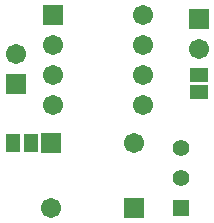
<source format=gts>
G04 Layer_Color=8388736*
%FSLAX44Y44*%
%MOMM*%
G71*
G01*
G75*
%ADD26R,1.3032X1.6032*%
%ADD27R,1.6032X1.3032*%
%ADD28R,1.7032X1.7032*%
%ADD29C,1.7032*%
%ADD30R,1.4032X1.4032*%
%ADD31C,1.4032*%
%ADD32R,1.7032X1.7032*%
D26*
X42500Y90000D02*
D03*
X57500D02*
D03*
D27*
X200000Y147500D02*
D03*
Y132500D02*
D03*
D28*
X145500Y35000D02*
D03*
X74500Y90000D02*
D03*
X76900Y198100D02*
D03*
D29*
X74500Y35000D02*
D03*
X145500Y90000D02*
D03*
X76900Y172700D02*
D03*
Y147300D02*
D03*
Y121900D02*
D03*
X153100Y198100D02*
D03*
Y172700D02*
D03*
Y147300D02*
D03*
Y121900D02*
D03*
X200000Y169600D02*
D03*
X45000Y165400D02*
D03*
D30*
X185000Y34600D02*
D03*
D31*
Y60000D02*
D03*
Y85400D02*
D03*
D32*
X200000Y195000D02*
D03*
X45000Y140000D02*
D03*
M02*

</source>
